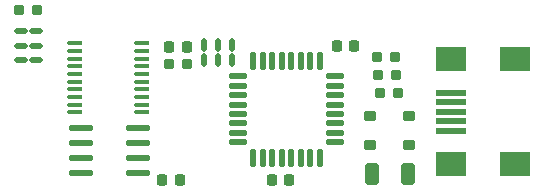
<source format=gtp>
G04 Layer_Color=8421504*
%FSLAX25Y25*%
%MOIN*%
G70*
G01*
G75*
G04:AMPARAMS|DCode=10|XSize=43.7mil|YSize=18.5mil|CornerRadius=4.72mil|HoleSize=0mil|Usage=FLASHONLY|Rotation=180.000|XOffset=0mil|YOffset=0mil|HoleType=Round|Shape=RoundedRectangle|*
%AMROUNDEDRECTD10*
21,1,0.04370,0.00907,0,0,180.0*
21,1,0.03426,0.01850,0,0,180.0*
1,1,0.00944,-0.01713,0.00453*
1,1,0.00944,0.01713,0.00453*
1,1,0.00944,0.01713,-0.00453*
1,1,0.00944,-0.01713,-0.00453*
%
%ADD10ROUNDEDRECTD10*%
G04:AMPARAMS|DCode=11|XSize=43.7mil|YSize=18.5mil|CornerRadius=4.72mil|HoleSize=0mil|Usage=FLASHONLY|Rotation=180.000|XOffset=0mil|YOffset=0mil|HoleType=Round|Shape=RoundedRectangle|*
%AMROUNDEDRECTD11*
21,1,0.04370,0.00907,0,0,180.0*
21,1,0.03426,0.01850,0,0,180.0*
1,1,0.00944,-0.01713,0.00453*
1,1,0.00944,0.01713,0.00453*
1,1,0.00944,0.01713,-0.00453*
1,1,0.00944,-0.01713,-0.00453*
%
%ADD11ROUNDEDRECTD11*%
G04:AMPARAMS|DCode=12|XSize=32.28mil|YSize=36.61mil|CornerRadius=8.23mil|HoleSize=0mil|Usage=FLASHONLY|Rotation=0.000|XOffset=0mil|YOffset=0mil|HoleType=Round|Shape=RoundedRectangle|*
%AMROUNDEDRECTD12*
21,1,0.03228,0.02015,0,0,0.0*
21,1,0.01582,0.03661,0,0,0.0*
1,1,0.01647,0.00791,-0.01007*
1,1,0.01647,-0.00791,-0.01007*
1,1,0.01647,-0.00791,0.01007*
1,1,0.01647,0.00791,0.01007*
%
%ADD12ROUNDEDRECTD12*%
%ADD13R,0.09842X0.07874*%
%ADD14R,0.09842X0.01968*%
G04:AMPARAMS|DCode=15|XSize=43.7mil|YSize=18.5mil|CornerRadius=4.72mil|HoleSize=0mil|Usage=FLASHONLY|Rotation=270.000|XOffset=0mil|YOffset=0mil|HoleType=Round|Shape=RoundedRectangle|*
%AMROUNDEDRECTD15*
21,1,0.04370,0.00907,0,0,270.0*
21,1,0.03426,0.01850,0,0,270.0*
1,1,0.00944,-0.00453,-0.01713*
1,1,0.00944,-0.00453,0.01713*
1,1,0.00944,0.00453,0.01713*
1,1,0.00944,0.00453,-0.01713*
%
%ADD15ROUNDEDRECTD15*%
G04:AMPARAMS|DCode=16|XSize=43.7mil|YSize=18.5mil|CornerRadius=4.72mil|HoleSize=0mil|Usage=FLASHONLY|Rotation=90.000|XOffset=0mil|YOffset=0mil|HoleType=Round|Shape=RoundedRectangle|*
%AMROUNDEDRECTD16*
21,1,0.04370,0.00907,0,0,90.0*
21,1,0.03426,0.01850,0,0,90.0*
1,1,0.00944,0.00453,0.01713*
1,1,0.00944,0.00453,-0.01713*
1,1,0.00944,-0.00453,-0.01713*
1,1,0.00944,-0.00453,0.01713*
%
%ADD16ROUNDEDRECTD16*%
G04:AMPARAMS|DCode=17|XSize=34.25mil|YSize=38.19mil|CornerRadius=8.73mil|HoleSize=0mil|Usage=FLASHONLY|Rotation=0.000|XOffset=0mil|YOffset=0mil|HoleType=Round|Shape=RoundedRectangle|*
%AMROUNDEDRECTD17*
21,1,0.03425,0.02072,0,0,0.0*
21,1,0.01678,0.03819,0,0,0.0*
1,1,0.01747,0.00839,-0.01036*
1,1,0.01747,-0.00839,-0.01036*
1,1,0.01747,-0.00839,0.01036*
1,1,0.01747,0.00839,0.01036*
%
%ADD17ROUNDEDRECTD17*%
G04:AMPARAMS|DCode=18|XSize=78.74mil|YSize=18.5mil|CornerRadius=4.72mil|HoleSize=0mil|Usage=FLASHONLY|Rotation=0.000|XOffset=0mil|YOffset=0mil|HoleType=Round|Shape=RoundedRectangle|*
%AMROUNDEDRECTD18*
21,1,0.07874,0.00907,0,0,0.0*
21,1,0.06930,0.01850,0,0,0.0*
1,1,0.00944,0.03465,-0.00453*
1,1,0.00944,-0.03465,-0.00453*
1,1,0.00944,-0.03465,0.00453*
1,1,0.00944,0.03465,0.00453*
%
%ADD18ROUNDEDRECTD18*%
G04:AMPARAMS|DCode=19|XSize=50mil|YSize=15.35mil|CornerRadius=3.92mil|HoleSize=0mil|Usage=FLASHONLY|Rotation=180.000|XOffset=0mil|YOffset=0mil|HoleType=Round|Shape=RoundedRectangle|*
%AMROUNDEDRECTD19*
21,1,0.05000,0.00752,0,0,180.0*
21,1,0.04217,0.01535,0,0,180.0*
1,1,0.00783,-0.02108,0.00376*
1,1,0.00783,0.02108,0.00376*
1,1,0.00783,0.02108,-0.00376*
1,1,0.00783,-0.02108,-0.00376*
%
%ADD19ROUNDEDRECTD19*%
G04:AMPARAMS|DCode=20|XSize=59.05mil|YSize=22.44mil|CornerRadius=5.5mil|HoleSize=0mil|Usage=FLASHONLY|Rotation=0.000|XOffset=0mil|YOffset=0mil|HoleType=Round|Shape=RoundedRectangle|*
%AMROUNDEDRECTD20*
21,1,0.05905,0.01145,0,0,0.0*
21,1,0.04806,0.02244,0,0,0.0*
1,1,0.01100,0.02403,-0.00572*
1,1,0.01100,-0.02403,-0.00572*
1,1,0.01100,-0.02403,0.00572*
1,1,0.01100,0.02403,0.00572*
%
%ADD20ROUNDEDRECTD20*%
G04:AMPARAMS|DCode=21|XSize=59.05mil|YSize=22.44mil|CornerRadius=5.5mil|HoleSize=0mil|Usage=FLASHONLY|Rotation=270.000|XOffset=0mil|YOffset=0mil|HoleType=Round|Shape=RoundedRectangle|*
%AMROUNDEDRECTD21*
21,1,0.05905,0.01145,0,0,270.0*
21,1,0.04806,0.02244,0,0,270.0*
1,1,0.01100,-0.00572,-0.02403*
1,1,0.01100,-0.00572,0.02403*
1,1,0.01100,0.00572,0.02403*
1,1,0.01100,0.00572,-0.02403*
%
%ADD21ROUNDEDRECTD21*%
G04:AMPARAMS|DCode=22|XSize=43.31mil|YSize=33.47mil|CornerRadius=8.2mil|HoleSize=0mil|Usage=FLASHONLY|Rotation=180.000|XOffset=0mil|YOffset=0mil|HoleType=Round|Shape=RoundedRectangle|*
%AMROUNDEDRECTD22*
21,1,0.04331,0.01707,0,0,180.0*
21,1,0.02691,0.03347,0,0,180.0*
1,1,0.01640,-0.01346,0.00853*
1,1,0.01640,0.01346,0.00853*
1,1,0.01640,0.01346,-0.00853*
1,1,0.01640,-0.01346,-0.00853*
%
%ADD22ROUNDEDRECTD22*%
G04:AMPARAMS|DCode=23|XSize=46.06mil|YSize=71.65mil|CornerRadius=9.9mil|HoleSize=0mil|Usage=FLASHONLY|Rotation=180.000|XOffset=0mil|YOffset=0mil|HoleType=Round|Shape=RoundedRectangle|*
%AMROUNDEDRECTD23*
21,1,0.04606,0.05185,0,0,180.0*
21,1,0.02626,0.07165,0,0,180.0*
1,1,0.01981,-0.01313,0.02592*
1,1,0.01981,0.01313,0.02592*
1,1,0.01981,0.01313,-0.02592*
1,1,0.01981,-0.01313,-0.02592*
%
%ADD23ROUNDEDRECTD23*%
D10*
X482441Y213386D02*
D03*
Y222835D02*
D03*
X487402D02*
D03*
Y218110D02*
D03*
Y213386D02*
D03*
D11*
X482441Y218110D02*
D03*
D12*
X537618Y211811D02*
D03*
X531673D02*
D03*
X608090Y202362D02*
D03*
X602146D02*
D03*
X481673Y229921D02*
D03*
X487618D02*
D03*
X606910Y214173D02*
D03*
X600965D02*
D03*
X607303Y208268D02*
D03*
X601358D02*
D03*
D13*
X625551Y178504D02*
D03*
X647126D02*
D03*
Y213622D02*
D03*
X625551D02*
D03*
D14*
Y189764D02*
D03*
Y192913D02*
D03*
Y196063D02*
D03*
Y199213D02*
D03*
Y202362D02*
D03*
D15*
X543307Y213386D02*
D03*
X548032D02*
D03*
X552756D02*
D03*
Y218347D02*
D03*
X543307D02*
D03*
D16*
X548032D02*
D03*
D17*
X537598Y217717D02*
D03*
X531693D02*
D03*
X571850Y173228D02*
D03*
X565945D02*
D03*
X535236D02*
D03*
X529331D02*
D03*
X593504Y218110D02*
D03*
X587598D02*
D03*
D18*
X521279Y175571D02*
D03*
Y180571D02*
D03*
Y185571D02*
D03*
Y190571D02*
D03*
X502343D02*
D03*
Y185571D02*
D03*
Y180571D02*
D03*
Y175571D02*
D03*
D19*
X500394Y218898D02*
D03*
Y216339D02*
D03*
Y213779D02*
D03*
Y211221D02*
D03*
Y208661D02*
D03*
Y206102D02*
D03*
Y203543D02*
D03*
Y200984D02*
D03*
Y198425D02*
D03*
Y195866D02*
D03*
X522598D02*
D03*
Y198425D02*
D03*
Y200984D02*
D03*
Y203543D02*
D03*
Y206102D02*
D03*
Y208661D02*
D03*
Y211221D02*
D03*
Y213779D02*
D03*
Y216339D02*
D03*
Y218898D02*
D03*
D20*
X587126Y207874D02*
D03*
Y204724D02*
D03*
Y201575D02*
D03*
Y198425D02*
D03*
Y195276D02*
D03*
Y192126D02*
D03*
Y188976D02*
D03*
Y185827D02*
D03*
X554606D02*
D03*
Y188976D02*
D03*
Y192126D02*
D03*
Y195276D02*
D03*
Y198425D02*
D03*
Y201575D02*
D03*
Y204724D02*
D03*
Y207874D02*
D03*
D21*
X581890Y180591D02*
D03*
X578740D02*
D03*
X575591D02*
D03*
X572441D02*
D03*
X569291D02*
D03*
X566142D02*
D03*
X562992D02*
D03*
X559842D02*
D03*
Y213110D02*
D03*
X562992D02*
D03*
X566142D02*
D03*
X569291D02*
D03*
X572441D02*
D03*
X575591D02*
D03*
X578740D02*
D03*
X581890D02*
D03*
D22*
X598583Y185039D02*
D03*
X611654D02*
D03*
X598583Y194488D02*
D03*
X611654D02*
D03*
D23*
X599528Y175197D02*
D03*
X611496D02*
D03*
M02*

</source>
